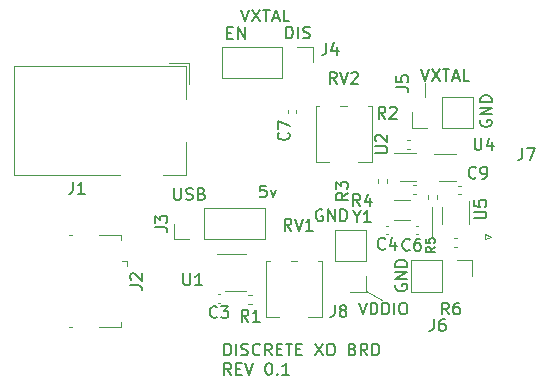
<source format=gto>
G04 #@! TF.GenerationSoftware,KiCad,Pcbnew,(5.1.7)-1*
G04 #@! TF.CreationDate,2021-07-31T20:16:39-07:00*
G04 #@! TF.ProjectId,clkbrd3,636c6b62-7264-4332-9e6b-696361645f70,rev?*
G04 #@! TF.SameCoordinates,Original*
G04 #@! TF.FileFunction,Legend,Top*
G04 #@! TF.FilePolarity,Positive*
%FSLAX46Y46*%
G04 Gerber Fmt 4.6, Leading zero omitted, Abs format (unit mm)*
G04 Created by KiCad (PCBNEW (5.1.7)-1) date 2021-07-31 20:16:39*
%MOMM*%
%LPD*%
G01*
G04 APERTURE LIST*
%ADD10C,0.150000*%
%ADD11C,0.120000*%
%ADD12C,0.300000*%
%ADD13O,1.700000X1.700000*%
%ADD14R,1.700000X1.700000*%
%ADD15C,5.600000*%
%ADD16R,1.300000X1.300000*%
%ADD17R,2.000000X1.300000*%
%ADD18R,1.000000X1.800000*%
%ADD19R,0.400000X0.650000*%
%ADD20R,0.650000X0.400000*%
%ADD21R,5.080000X1.500000*%
%ADD22R,1.220000X0.650000*%
%ADD23R,1.900000X1.200000*%
%ADD24O,1.900000X1.200000*%
%ADD25R,1.900000X1.500000*%
%ADD26C,1.450000*%
%ADD27R,1.350000X0.400000*%
%ADD28C,2.600000*%
%ADD29R,2.600000X2.600000*%
G04 APERTURE END LIST*
D10*
X71850000Y-50721904D02*
X71802380Y-50817142D01*
X71802380Y-50960000D01*
X71850000Y-51102857D01*
X71945238Y-51198095D01*
X72040476Y-51245714D01*
X72230952Y-51293333D01*
X72373809Y-51293333D01*
X72564285Y-51245714D01*
X72659523Y-51198095D01*
X72754761Y-51102857D01*
X72802380Y-50960000D01*
X72802380Y-50864761D01*
X72754761Y-50721904D01*
X72707142Y-50674285D01*
X72373809Y-50674285D01*
X72373809Y-50864761D01*
X72802380Y-50245714D02*
X71802380Y-50245714D01*
X72802380Y-49674285D01*
X71802380Y-49674285D01*
X72802380Y-49198095D02*
X71802380Y-49198095D01*
X71802380Y-48960000D01*
X71850000Y-48817142D01*
X71945238Y-48721904D01*
X72040476Y-48674285D01*
X72230952Y-48626666D01*
X72373809Y-48626666D01*
X72564285Y-48674285D01*
X72659523Y-48721904D01*
X72754761Y-48817142D01*
X72802380Y-48960000D01*
X72802380Y-49198095D01*
X65638095Y-44400000D02*
X65542857Y-44352380D01*
X65400000Y-44352380D01*
X65257142Y-44400000D01*
X65161904Y-44495238D01*
X65114285Y-44590476D01*
X65066666Y-44780952D01*
X65066666Y-44923809D01*
X65114285Y-45114285D01*
X65161904Y-45209523D01*
X65257142Y-45304761D01*
X65400000Y-45352380D01*
X65495238Y-45352380D01*
X65638095Y-45304761D01*
X65685714Y-45257142D01*
X65685714Y-44923809D01*
X65495238Y-44923809D01*
X66114285Y-45352380D02*
X66114285Y-44352380D01*
X66685714Y-45352380D01*
X66685714Y-44352380D01*
X67161904Y-45352380D02*
X67161904Y-44352380D01*
X67400000Y-44352380D01*
X67542857Y-44400000D01*
X67638095Y-44495238D01*
X67685714Y-44590476D01*
X67733333Y-44780952D01*
X67733333Y-44923809D01*
X67685714Y-45114285D01*
X67638095Y-45209523D01*
X67542857Y-45304761D01*
X67400000Y-45352380D01*
X67161904Y-45352380D01*
X60857142Y-42352380D02*
X60380952Y-42352380D01*
X60333333Y-42828571D01*
X60380952Y-42780952D01*
X60476190Y-42733333D01*
X60714285Y-42733333D01*
X60809523Y-42780952D01*
X60857142Y-42828571D01*
X60904761Y-42923809D01*
X60904761Y-43161904D01*
X60857142Y-43257142D01*
X60809523Y-43304761D01*
X60714285Y-43352380D01*
X60476190Y-43352380D01*
X60380952Y-43304761D01*
X60333333Y-43257142D01*
X61238095Y-42685714D02*
X61476190Y-43352380D01*
X61714285Y-42685714D01*
X79020000Y-36801904D02*
X78972380Y-36897142D01*
X78972380Y-37040000D01*
X79020000Y-37182857D01*
X79115238Y-37278095D01*
X79210476Y-37325714D01*
X79400952Y-37373333D01*
X79543809Y-37373333D01*
X79734285Y-37325714D01*
X79829523Y-37278095D01*
X79924761Y-37182857D01*
X79972380Y-37040000D01*
X79972380Y-36944761D01*
X79924761Y-36801904D01*
X79877142Y-36754285D01*
X79543809Y-36754285D01*
X79543809Y-36944761D01*
X79972380Y-36325714D02*
X78972380Y-36325714D01*
X79972380Y-35754285D01*
X78972380Y-35754285D01*
X79972380Y-35278095D02*
X78972380Y-35278095D01*
X78972380Y-35040000D01*
X79020000Y-34897142D01*
X79115238Y-34801904D01*
X79210476Y-34754285D01*
X79400952Y-34706666D01*
X79543809Y-34706666D01*
X79734285Y-34754285D01*
X79829523Y-34801904D01*
X79924761Y-34897142D01*
X79972380Y-35040000D01*
X79972380Y-35278095D01*
X53078095Y-42552380D02*
X53078095Y-43361904D01*
X53125714Y-43457142D01*
X53173333Y-43504761D01*
X53268571Y-43552380D01*
X53459047Y-43552380D01*
X53554285Y-43504761D01*
X53601904Y-43457142D01*
X53649523Y-43361904D01*
X53649523Y-42552380D01*
X54078095Y-43504761D02*
X54220952Y-43552380D01*
X54459047Y-43552380D01*
X54554285Y-43504761D01*
X54601904Y-43457142D01*
X54649523Y-43361904D01*
X54649523Y-43266666D01*
X54601904Y-43171428D01*
X54554285Y-43123809D01*
X54459047Y-43076190D01*
X54268571Y-43028571D01*
X54173333Y-42980952D01*
X54125714Y-42933333D01*
X54078095Y-42838095D01*
X54078095Y-42742857D01*
X54125714Y-42647619D01*
X54173333Y-42600000D01*
X54268571Y-42552380D01*
X54506666Y-42552380D01*
X54649523Y-42600000D01*
X55411428Y-43028571D02*
X55554285Y-43076190D01*
X55601904Y-43123809D01*
X55649523Y-43219047D01*
X55649523Y-43361904D01*
X55601904Y-43457142D01*
X55554285Y-43504761D01*
X55459047Y-43552380D01*
X55078095Y-43552380D01*
X55078095Y-42552380D01*
X55411428Y-42552380D01*
X55506666Y-42600000D01*
X55554285Y-42647619D01*
X55601904Y-42742857D01*
X55601904Y-42838095D01*
X55554285Y-42933333D01*
X55506666Y-42980952D01*
X55411428Y-43028571D01*
X55078095Y-43028571D01*
X62563809Y-29892380D02*
X62563809Y-28892380D01*
X62801904Y-28892380D01*
X62944761Y-28940000D01*
X63040000Y-29035238D01*
X63087619Y-29130476D01*
X63135238Y-29320952D01*
X63135238Y-29463809D01*
X63087619Y-29654285D01*
X63040000Y-29749523D01*
X62944761Y-29844761D01*
X62801904Y-29892380D01*
X62563809Y-29892380D01*
X63563809Y-29892380D02*
X63563809Y-28892380D01*
X63992380Y-29844761D02*
X64135238Y-29892380D01*
X64373333Y-29892380D01*
X64468571Y-29844761D01*
X64516190Y-29797142D01*
X64563809Y-29701904D01*
X64563809Y-29606666D01*
X64516190Y-29511428D01*
X64468571Y-29463809D01*
X64373333Y-29416190D01*
X64182857Y-29368571D01*
X64087619Y-29320952D01*
X64040000Y-29273333D01*
X63992380Y-29178095D01*
X63992380Y-29082857D01*
X64040000Y-28987619D01*
X64087619Y-28940000D01*
X64182857Y-28892380D01*
X64420952Y-28892380D01*
X64563809Y-28940000D01*
X57581904Y-29388571D02*
X57915238Y-29388571D01*
X58058095Y-29912380D02*
X57581904Y-29912380D01*
X57581904Y-28912380D01*
X58058095Y-28912380D01*
X58486666Y-29912380D02*
X58486666Y-28912380D01*
X59058095Y-29912380D01*
X59058095Y-28912380D01*
X58776190Y-27452380D02*
X59109523Y-28452380D01*
X59442857Y-27452380D01*
X59680952Y-27452380D02*
X60347619Y-28452380D01*
X60347619Y-27452380D02*
X59680952Y-28452380D01*
X60585714Y-27452380D02*
X61157142Y-27452380D01*
X60871428Y-28452380D02*
X60871428Y-27452380D01*
X61442857Y-28166666D02*
X61919047Y-28166666D01*
X61347619Y-28452380D02*
X61680952Y-27452380D01*
X62014285Y-28452380D01*
X62823809Y-28452380D02*
X62347619Y-28452380D01*
X62347619Y-27452380D01*
D11*
X74880000Y-44200000D02*
X74880000Y-46720000D01*
D10*
X57335595Y-56727380D02*
X57335595Y-55727380D01*
X57573690Y-55727380D01*
X57716547Y-55775000D01*
X57811785Y-55870238D01*
X57859404Y-55965476D01*
X57907023Y-56155952D01*
X57907023Y-56298809D01*
X57859404Y-56489285D01*
X57811785Y-56584523D01*
X57716547Y-56679761D01*
X57573690Y-56727380D01*
X57335595Y-56727380D01*
X58335595Y-56727380D02*
X58335595Y-55727380D01*
X58764166Y-56679761D02*
X58907023Y-56727380D01*
X59145119Y-56727380D01*
X59240357Y-56679761D01*
X59287976Y-56632142D01*
X59335595Y-56536904D01*
X59335595Y-56441666D01*
X59287976Y-56346428D01*
X59240357Y-56298809D01*
X59145119Y-56251190D01*
X58954642Y-56203571D01*
X58859404Y-56155952D01*
X58811785Y-56108333D01*
X58764166Y-56013095D01*
X58764166Y-55917857D01*
X58811785Y-55822619D01*
X58859404Y-55775000D01*
X58954642Y-55727380D01*
X59192738Y-55727380D01*
X59335595Y-55775000D01*
X60335595Y-56632142D02*
X60287976Y-56679761D01*
X60145119Y-56727380D01*
X60049880Y-56727380D01*
X59907023Y-56679761D01*
X59811785Y-56584523D01*
X59764166Y-56489285D01*
X59716547Y-56298809D01*
X59716547Y-56155952D01*
X59764166Y-55965476D01*
X59811785Y-55870238D01*
X59907023Y-55775000D01*
X60049880Y-55727380D01*
X60145119Y-55727380D01*
X60287976Y-55775000D01*
X60335595Y-55822619D01*
X61335595Y-56727380D02*
X61002261Y-56251190D01*
X60764166Y-56727380D02*
X60764166Y-55727380D01*
X61145119Y-55727380D01*
X61240357Y-55775000D01*
X61287976Y-55822619D01*
X61335595Y-55917857D01*
X61335595Y-56060714D01*
X61287976Y-56155952D01*
X61240357Y-56203571D01*
X61145119Y-56251190D01*
X60764166Y-56251190D01*
X61764166Y-56203571D02*
X62097500Y-56203571D01*
X62240357Y-56727380D02*
X61764166Y-56727380D01*
X61764166Y-55727380D01*
X62240357Y-55727380D01*
X62526071Y-55727380D02*
X63097500Y-55727380D01*
X62811785Y-56727380D02*
X62811785Y-55727380D01*
X63430833Y-56203571D02*
X63764166Y-56203571D01*
X63907023Y-56727380D02*
X63430833Y-56727380D01*
X63430833Y-55727380D01*
X63907023Y-55727380D01*
X65002261Y-55727380D02*
X65668928Y-56727380D01*
X65668928Y-55727380D02*
X65002261Y-56727380D01*
X66240357Y-55727380D02*
X66430833Y-55727380D01*
X66526071Y-55775000D01*
X66621309Y-55870238D01*
X66668928Y-56060714D01*
X66668928Y-56394047D01*
X66621309Y-56584523D01*
X66526071Y-56679761D01*
X66430833Y-56727380D01*
X66240357Y-56727380D01*
X66145119Y-56679761D01*
X66049880Y-56584523D01*
X66002261Y-56394047D01*
X66002261Y-56060714D01*
X66049880Y-55870238D01*
X66145119Y-55775000D01*
X66240357Y-55727380D01*
X68192738Y-56203571D02*
X68335595Y-56251190D01*
X68383214Y-56298809D01*
X68430833Y-56394047D01*
X68430833Y-56536904D01*
X68383214Y-56632142D01*
X68335595Y-56679761D01*
X68240357Y-56727380D01*
X67859404Y-56727380D01*
X67859404Y-55727380D01*
X68192738Y-55727380D01*
X68287976Y-55775000D01*
X68335595Y-55822619D01*
X68383214Y-55917857D01*
X68383214Y-56013095D01*
X68335595Y-56108333D01*
X68287976Y-56155952D01*
X68192738Y-56203571D01*
X67859404Y-56203571D01*
X69430833Y-56727380D02*
X69097500Y-56251190D01*
X68859404Y-56727380D02*
X68859404Y-55727380D01*
X69240357Y-55727380D01*
X69335595Y-55775000D01*
X69383214Y-55822619D01*
X69430833Y-55917857D01*
X69430833Y-56060714D01*
X69383214Y-56155952D01*
X69335595Y-56203571D01*
X69240357Y-56251190D01*
X68859404Y-56251190D01*
X69859404Y-56727380D02*
X69859404Y-55727380D01*
X70097500Y-55727380D01*
X70240357Y-55775000D01*
X70335595Y-55870238D01*
X70383214Y-55965476D01*
X70430833Y-56155952D01*
X70430833Y-56298809D01*
X70383214Y-56489285D01*
X70335595Y-56584523D01*
X70240357Y-56679761D01*
X70097500Y-56727380D01*
X69859404Y-56727380D01*
X57907023Y-58377380D02*
X57573690Y-57901190D01*
X57335595Y-58377380D02*
X57335595Y-57377380D01*
X57716547Y-57377380D01*
X57811785Y-57425000D01*
X57859404Y-57472619D01*
X57907023Y-57567857D01*
X57907023Y-57710714D01*
X57859404Y-57805952D01*
X57811785Y-57853571D01*
X57716547Y-57901190D01*
X57335595Y-57901190D01*
X58335595Y-57853571D02*
X58668928Y-57853571D01*
X58811785Y-58377380D02*
X58335595Y-58377380D01*
X58335595Y-57377380D01*
X58811785Y-57377380D01*
X59097500Y-57377380D02*
X59430833Y-58377380D01*
X59764166Y-57377380D01*
X61049880Y-57377380D02*
X61145119Y-57377380D01*
X61240357Y-57425000D01*
X61287976Y-57472619D01*
X61335595Y-57567857D01*
X61383214Y-57758333D01*
X61383214Y-57996428D01*
X61335595Y-58186904D01*
X61287976Y-58282142D01*
X61240357Y-58329761D01*
X61145119Y-58377380D01*
X61049880Y-58377380D01*
X60954642Y-58329761D01*
X60907023Y-58282142D01*
X60859404Y-58186904D01*
X60811785Y-57996428D01*
X60811785Y-57758333D01*
X60859404Y-57567857D01*
X60907023Y-57472619D01*
X60954642Y-57425000D01*
X61049880Y-57377380D01*
X61811785Y-58282142D02*
X61859404Y-58329761D01*
X61811785Y-58377380D01*
X61764166Y-58329761D01*
X61811785Y-58282142D01*
X61811785Y-58377380D01*
X62811785Y-58377380D02*
X62240357Y-58377380D01*
X62526071Y-58377380D02*
X62526071Y-57377380D01*
X62430833Y-57520238D01*
X62335595Y-57615476D01*
X62240357Y-57663095D01*
D11*
X74340000Y-33690000D02*
X74340000Y-34830000D01*
D10*
X74006190Y-32512380D02*
X74339523Y-33512380D01*
X74672857Y-32512380D01*
X74910952Y-32512380D02*
X75577619Y-33512380D01*
X75577619Y-32512380D02*
X74910952Y-33512380D01*
X75815714Y-32512380D02*
X76387142Y-32512380D01*
X76101428Y-33512380D02*
X76101428Y-32512380D01*
X76672857Y-33226666D02*
X77149047Y-33226666D01*
X76577619Y-33512380D02*
X76910952Y-32512380D01*
X77244285Y-33512380D01*
X78053809Y-33512380D02*
X77577619Y-33512380D01*
X77577619Y-32512380D01*
D11*
X69300000Y-51280000D02*
X70700000Y-52000000D01*
D10*
X68704761Y-52252380D02*
X69038095Y-53252380D01*
X69371428Y-52252380D01*
X69704761Y-53252380D02*
X69704761Y-52252380D01*
X69942857Y-52252380D01*
X70085714Y-52300000D01*
X70180952Y-52395238D01*
X70228571Y-52490476D01*
X70276190Y-52680952D01*
X70276190Y-52823809D01*
X70228571Y-53014285D01*
X70180952Y-53109523D01*
X70085714Y-53204761D01*
X69942857Y-53252380D01*
X69704761Y-53252380D01*
X70704761Y-53252380D02*
X70704761Y-52252380D01*
X70942857Y-52252380D01*
X71085714Y-52300000D01*
X71180952Y-52395238D01*
X71228571Y-52490476D01*
X71276190Y-52680952D01*
X71276190Y-52823809D01*
X71228571Y-53014285D01*
X71180952Y-53109523D01*
X71085714Y-53204761D01*
X70942857Y-53252380D01*
X70704761Y-53252380D01*
X71704761Y-53252380D02*
X71704761Y-52252380D01*
X72371428Y-52252380D02*
X72561904Y-52252380D01*
X72657142Y-52300000D01*
X72752380Y-52395238D01*
X72800000Y-52585714D01*
X72800000Y-52919047D01*
X72752380Y-53109523D01*
X72657142Y-53204761D01*
X72561904Y-53252380D01*
X72371428Y-53252380D01*
X72276190Y-53204761D01*
X72180952Y-53109523D01*
X72133333Y-52919047D01*
X72133333Y-52585714D01*
X72180952Y-52395238D01*
X72276190Y-52300000D01*
X72371428Y-52252380D01*
D11*
X69330000Y-46130000D02*
X66670000Y-46130000D01*
X69330000Y-48730000D02*
X69330000Y-46130000D01*
X66670000Y-48730000D02*
X66670000Y-46130000D01*
X69330000Y-48730000D02*
X66670000Y-48730000D01*
X69330000Y-50000000D02*
X69330000Y-51330000D01*
X69330000Y-51330000D02*
X68000000Y-51330000D01*
X78380000Y-37480000D02*
X78380000Y-34820000D01*
X75780000Y-37480000D02*
X78380000Y-37480000D01*
X75780000Y-34820000D02*
X78380000Y-34820000D01*
X75780000Y-37480000D02*
X75780000Y-34820000D01*
X74510000Y-37480000D02*
X73180000Y-37480000D01*
X73180000Y-37480000D02*
X73180000Y-36150000D01*
X73073641Y-38450000D02*
X72766359Y-38450000D01*
X73073641Y-39210000D02*
X72766359Y-39210000D01*
X59346359Y-52330000D02*
X59653641Y-52330000D01*
X59346359Y-51570000D02*
X59653641Y-51570000D01*
X56987836Y-51540000D02*
X56772164Y-51540000D01*
X56987836Y-52260000D02*
X56772164Y-52260000D01*
X69790000Y-35570000D02*
X69790000Y-40310000D01*
X65050000Y-35570000D02*
X65050000Y-40310000D01*
X68660000Y-40310000D02*
X69790000Y-40310000D01*
X65050000Y-40310000D02*
X66180000Y-40310000D01*
X67161000Y-35570000D02*
X67680000Y-35570000D01*
X65050000Y-35570000D02*
X65381000Y-35570000D01*
X69460000Y-35570000D02*
X69790000Y-35570000D01*
X64840000Y-30590000D02*
X64840000Y-31920000D01*
X63510000Y-30590000D02*
X64840000Y-30590000D01*
X62240000Y-30590000D02*
X62240000Y-33250000D01*
X62240000Y-33250000D02*
X57100000Y-33250000D01*
X62240000Y-30590000D02*
X57100000Y-30590000D01*
X57100000Y-30590000D02*
X57100000Y-33250000D01*
X62690000Y-35952164D02*
X62690000Y-36167836D01*
X63410000Y-35952164D02*
X63410000Y-36167836D01*
X73065000Y-45285000D02*
X71715000Y-45285000D01*
X73065000Y-43535000D02*
X71715000Y-43535000D01*
X75750000Y-44190000D02*
X75750000Y-45590000D01*
X78070000Y-45590000D02*
X78070000Y-43690000D01*
X75540000Y-41970000D02*
X76940000Y-41970000D01*
X76940000Y-39650000D02*
X75040000Y-39650000D01*
X72160000Y-41920000D02*
X73560000Y-41920000D01*
X73560000Y-39600000D02*
X71660000Y-39600000D01*
X76746359Y-47520000D02*
X77053641Y-47520000D01*
X76746359Y-46760000D02*
X77053641Y-46760000D01*
X75340000Y-43443641D02*
X75340000Y-43136359D01*
X74580000Y-43443641D02*
X74580000Y-43136359D01*
X73583641Y-42330000D02*
X73276359Y-42330000D01*
X73583641Y-43090000D02*
X73276359Y-43090000D01*
X71080000Y-42093641D02*
X71080000Y-41786359D01*
X70320000Y-42093641D02*
X70320000Y-41786359D01*
X79900000Y-46660000D02*
X79400000Y-46410000D01*
X79400000Y-46410000D02*
X79400000Y-46910000D01*
X79400000Y-46910000D02*
X79900000Y-46660000D01*
X78330000Y-48670000D02*
X78330000Y-50000000D01*
X77000000Y-48670000D02*
X78330000Y-48670000D01*
X75730000Y-48670000D02*
X75730000Y-51330000D01*
X75730000Y-51330000D02*
X73130000Y-51330000D01*
X75730000Y-48670000D02*
X73130000Y-48670000D01*
X73130000Y-48670000D02*
X73130000Y-51330000D01*
X77132164Y-43100000D02*
X77347836Y-43100000D01*
X77132164Y-42380000D02*
X77347836Y-42380000D01*
X73757836Y-45730000D02*
X73542164Y-45730000D01*
X73757836Y-46450000D02*
X73542164Y-46450000D01*
X70992164Y-46460000D02*
X71207836Y-46460000D01*
X70992164Y-45740000D02*
X71207836Y-45740000D01*
X59120000Y-48160000D02*
X56690000Y-48160000D01*
X57360000Y-51230000D02*
X59120000Y-51230000D01*
X65570000Y-48770000D02*
X65570000Y-53510000D01*
X60830000Y-48770000D02*
X60830000Y-53510000D01*
X64440000Y-53510000D02*
X65570000Y-53510000D01*
X60830000Y-53510000D02*
X61960000Y-53510000D01*
X62941000Y-48770000D02*
X63460000Y-48770000D01*
X60830000Y-48770000D02*
X61161000Y-48770000D01*
X65240000Y-48770000D02*
X65570000Y-48770000D01*
X53040000Y-46890000D02*
X53040000Y-45560000D01*
X54370000Y-46890000D02*
X53040000Y-46890000D01*
X55640000Y-46890000D02*
X55640000Y-44230000D01*
X55640000Y-44230000D02*
X60780000Y-44230000D01*
X55640000Y-46890000D02*
X60780000Y-46890000D01*
X60780000Y-46890000D02*
X60780000Y-44230000D01*
X49092500Y-48740000D02*
X48642500Y-48740000D01*
X49092500Y-48740000D02*
X49092500Y-49190000D01*
X48542500Y-54340000D02*
X48542500Y-53890000D01*
X46692500Y-54340000D02*
X48542500Y-54340000D01*
X44142500Y-46540000D02*
X44392500Y-46540000D01*
X44142500Y-54340000D02*
X44392500Y-54340000D01*
X46692500Y-46540000D02*
X48542500Y-46540000D01*
X48542500Y-46540000D02*
X48542500Y-46990000D01*
X54340000Y-32000000D02*
X54340000Y-33740000D01*
X52600000Y-32000000D02*
X54340000Y-32000000D01*
X54100000Y-41440000D02*
X52100000Y-41440000D01*
X54100000Y-38640000D02*
X54100000Y-41440000D01*
X54100000Y-32240000D02*
X54100000Y-35040000D01*
X39500000Y-32240000D02*
X54100000Y-32240000D01*
X39500000Y-41440000D02*
X39500000Y-32240000D01*
X48500000Y-41440000D02*
X39500000Y-41440000D01*
D10*
X66666666Y-52452380D02*
X66666666Y-53166666D01*
X66619047Y-53309523D01*
X66523809Y-53404761D01*
X66380952Y-53452380D01*
X66285714Y-53452380D01*
X67285714Y-52880952D02*
X67190476Y-52833333D01*
X67142857Y-52785714D01*
X67095238Y-52690476D01*
X67095238Y-52642857D01*
X67142857Y-52547619D01*
X67190476Y-52500000D01*
X67285714Y-52452380D01*
X67476190Y-52452380D01*
X67571428Y-52500000D01*
X67619047Y-52547619D01*
X67666666Y-52642857D01*
X67666666Y-52690476D01*
X67619047Y-52785714D01*
X67571428Y-52833333D01*
X67476190Y-52880952D01*
X67285714Y-52880952D01*
X67190476Y-52928571D01*
X67142857Y-52976190D01*
X67095238Y-53071428D01*
X67095238Y-53261904D01*
X67142857Y-53357142D01*
X67190476Y-53404761D01*
X67285714Y-53452380D01*
X67476190Y-53452380D01*
X67571428Y-53404761D01*
X67619047Y-53357142D01*
X67666666Y-53261904D01*
X67666666Y-53071428D01*
X67619047Y-52976190D01*
X67571428Y-52928571D01*
X67476190Y-52880952D01*
X71902380Y-34013333D02*
X72616666Y-34013333D01*
X72759523Y-34060952D01*
X72854761Y-34156190D01*
X72902380Y-34299047D01*
X72902380Y-34394285D01*
X71902380Y-33060952D02*
X71902380Y-33537142D01*
X72378571Y-33584761D01*
X72330952Y-33537142D01*
X72283333Y-33441904D01*
X72283333Y-33203809D01*
X72330952Y-33108571D01*
X72378571Y-33060952D01*
X72473809Y-33013333D01*
X72711904Y-33013333D01*
X72807142Y-33060952D01*
X72854761Y-33108571D01*
X72902380Y-33203809D01*
X72902380Y-33441904D01*
X72854761Y-33537142D01*
X72807142Y-33584761D01*
X70953333Y-36672380D02*
X70620000Y-36196190D01*
X70381904Y-36672380D02*
X70381904Y-35672380D01*
X70762857Y-35672380D01*
X70858095Y-35720000D01*
X70905714Y-35767619D01*
X70953333Y-35862857D01*
X70953333Y-36005714D01*
X70905714Y-36100952D01*
X70858095Y-36148571D01*
X70762857Y-36196190D01*
X70381904Y-36196190D01*
X71334285Y-35767619D02*
X71381904Y-35720000D01*
X71477142Y-35672380D01*
X71715238Y-35672380D01*
X71810476Y-35720000D01*
X71858095Y-35767619D01*
X71905714Y-35862857D01*
X71905714Y-35958095D01*
X71858095Y-36100952D01*
X71286666Y-36672380D01*
X71905714Y-36672380D01*
X59353333Y-53862380D02*
X59020000Y-53386190D01*
X58781904Y-53862380D02*
X58781904Y-52862380D01*
X59162857Y-52862380D01*
X59258095Y-52910000D01*
X59305714Y-52957619D01*
X59353333Y-53052857D01*
X59353333Y-53195714D01*
X59305714Y-53290952D01*
X59258095Y-53338571D01*
X59162857Y-53386190D01*
X58781904Y-53386190D01*
X60305714Y-53862380D02*
X59734285Y-53862380D01*
X60020000Y-53862380D02*
X60020000Y-52862380D01*
X59924761Y-53005238D01*
X59829523Y-53100476D01*
X59734285Y-53148095D01*
X56703333Y-53447142D02*
X56655714Y-53494761D01*
X56512857Y-53542380D01*
X56417619Y-53542380D01*
X56274761Y-53494761D01*
X56179523Y-53399523D01*
X56131904Y-53304285D01*
X56084285Y-53113809D01*
X56084285Y-52970952D01*
X56131904Y-52780476D01*
X56179523Y-52685238D01*
X56274761Y-52590000D01*
X56417619Y-52542380D01*
X56512857Y-52542380D01*
X56655714Y-52590000D01*
X56703333Y-52637619D01*
X57036666Y-52542380D02*
X57655714Y-52542380D01*
X57322380Y-52923333D01*
X57465238Y-52923333D01*
X57560476Y-52970952D01*
X57608095Y-53018571D01*
X57655714Y-53113809D01*
X57655714Y-53351904D01*
X57608095Y-53447142D01*
X57560476Y-53494761D01*
X57465238Y-53542380D01*
X57179523Y-53542380D01*
X57084285Y-53494761D01*
X57036666Y-53447142D01*
X66824761Y-33742380D02*
X66491428Y-33266190D01*
X66253333Y-33742380D02*
X66253333Y-32742380D01*
X66634285Y-32742380D01*
X66729523Y-32790000D01*
X66777142Y-32837619D01*
X66824761Y-32932857D01*
X66824761Y-33075714D01*
X66777142Y-33170952D01*
X66729523Y-33218571D01*
X66634285Y-33266190D01*
X66253333Y-33266190D01*
X67110476Y-32742380D02*
X67443809Y-33742380D01*
X67777142Y-32742380D01*
X68062857Y-32837619D02*
X68110476Y-32790000D01*
X68205714Y-32742380D01*
X68443809Y-32742380D01*
X68539047Y-32790000D01*
X68586666Y-32837619D01*
X68634285Y-32932857D01*
X68634285Y-33028095D01*
X68586666Y-33170952D01*
X68015238Y-33742380D01*
X68634285Y-33742380D01*
X65966666Y-30252380D02*
X65966666Y-30966666D01*
X65919047Y-31109523D01*
X65823809Y-31204761D01*
X65680952Y-31252380D01*
X65585714Y-31252380D01*
X66871428Y-30585714D02*
X66871428Y-31252380D01*
X66633333Y-30204761D02*
X66395238Y-30919047D01*
X67014285Y-30919047D01*
X62757142Y-37856666D02*
X62804761Y-37904285D01*
X62852380Y-38047142D01*
X62852380Y-38142380D01*
X62804761Y-38285238D01*
X62709523Y-38380476D01*
X62614285Y-38428095D01*
X62423809Y-38475714D01*
X62280952Y-38475714D01*
X62090476Y-38428095D01*
X61995238Y-38380476D01*
X61900000Y-38285238D01*
X61852380Y-38142380D01*
X61852380Y-38047142D01*
X61900000Y-37904285D01*
X61947619Y-37856666D01*
X61852380Y-37523333D02*
X61852380Y-36856666D01*
X62852380Y-37285238D01*
X68523809Y-44976190D02*
X68523809Y-45452380D01*
X68190476Y-44452380D02*
X68523809Y-44976190D01*
X68857142Y-44452380D01*
X69714285Y-45452380D02*
X69142857Y-45452380D01*
X69428571Y-45452380D02*
X69428571Y-44452380D01*
X69333333Y-44595238D01*
X69238095Y-44690476D01*
X69142857Y-44738095D01*
X78492380Y-45121904D02*
X79301904Y-45121904D01*
X79397142Y-45074285D01*
X79444761Y-45026666D01*
X79492380Y-44931428D01*
X79492380Y-44740952D01*
X79444761Y-44645714D01*
X79397142Y-44598095D01*
X79301904Y-44550476D01*
X78492380Y-44550476D01*
X78492380Y-43598095D02*
X78492380Y-44074285D01*
X78968571Y-44121904D01*
X78920952Y-44074285D01*
X78873333Y-43979047D01*
X78873333Y-43740952D01*
X78920952Y-43645714D01*
X78968571Y-43598095D01*
X79063809Y-43550476D01*
X79301904Y-43550476D01*
X79397142Y-43598095D01*
X79444761Y-43645714D01*
X79492380Y-43740952D01*
X79492380Y-43979047D01*
X79444761Y-44074285D01*
X79397142Y-44121904D01*
X78528095Y-38332380D02*
X78528095Y-39141904D01*
X78575714Y-39237142D01*
X78623333Y-39284761D01*
X78718571Y-39332380D01*
X78909047Y-39332380D01*
X79004285Y-39284761D01*
X79051904Y-39237142D01*
X79099523Y-39141904D01*
X79099523Y-38332380D01*
X80004285Y-38665714D02*
X80004285Y-39332380D01*
X79766190Y-38284761D02*
X79528095Y-38999047D01*
X80147142Y-38999047D01*
X70112380Y-39601904D02*
X70921904Y-39601904D01*
X71017142Y-39554285D01*
X71064761Y-39506666D01*
X71112380Y-39411428D01*
X71112380Y-39220952D01*
X71064761Y-39125714D01*
X71017142Y-39078095D01*
X70921904Y-39030476D01*
X70112380Y-39030476D01*
X70207619Y-38601904D02*
X70160000Y-38554285D01*
X70112380Y-38459047D01*
X70112380Y-38220952D01*
X70160000Y-38125714D01*
X70207619Y-38078095D01*
X70302857Y-38030476D01*
X70398095Y-38030476D01*
X70540952Y-38078095D01*
X71112380Y-38649523D01*
X71112380Y-38030476D01*
X76333333Y-53252380D02*
X76000000Y-52776190D01*
X75761904Y-53252380D02*
X75761904Y-52252380D01*
X76142857Y-52252380D01*
X76238095Y-52300000D01*
X76285714Y-52347619D01*
X76333333Y-52442857D01*
X76333333Y-52585714D01*
X76285714Y-52680952D01*
X76238095Y-52728571D01*
X76142857Y-52776190D01*
X75761904Y-52776190D01*
X77190476Y-52252380D02*
X77000000Y-52252380D01*
X76904761Y-52300000D01*
X76857142Y-52347619D01*
X76761904Y-52490476D01*
X76714285Y-52680952D01*
X76714285Y-53061904D01*
X76761904Y-53157142D01*
X76809523Y-53204761D01*
X76904761Y-53252380D01*
X77095238Y-53252380D01*
X77190476Y-53204761D01*
X77238095Y-53157142D01*
X77285714Y-53061904D01*
X77285714Y-52823809D01*
X77238095Y-52728571D01*
X77190476Y-52680952D01*
X77095238Y-52633333D01*
X76904761Y-52633333D01*
X76809523Y-52680952D01*
X76761904Y-52728571D01*
X76714285Y-52823809D01*
X75139285Y-47525000D02*
X74782142Y-47775000D01*
X75139285Y-47953571D02*
X74389285Y-47953571D01*
X74389285Y-47667857D01*
X74425000Y-47596428D01*
X74460714Y-47560714D01*
X74532142Y-47525000D01*
X74639285Y-47525000D01*
X74710714Y-47560714D01*
X74746428Y-47596428D01*
X74782142Y-47667857D01*
X74782142Y-47953571D01*
X74389285Y-46846428D02*
X74389285Y-47203571D01*
X74746428Y-47239285D01*
X74710714Y-47203571D01*
X74675000Y-47132142D01*
X74675000Y-46953571D01*
X74710714Y-46882142D01*
X74746428Y-46846428D01*
X74817857Y-46810714D01*
X74996428Y-46810714D01*
X75067857Y-46846428D01*
X75103571Y-46882142D01*
X75139285Y-46953571D01*
X75139285Y-47132142D01*
X75103571Y-47203571D01*
X75067857Y-47239285D01*
X68833333Y-44072380D02*
X68500000Y-43596190D01*
X68261904Y-44072380D02*
X68261904Y-43072380D01*
X68642857Y-43072380D01*
X68738095Y-43120000D01*
X68785714Y-43167619D01*
X68833333Y-43262857D01*
X68833333Y-43405714D01*
X68785714Y-43500952D01*
X68738095Y-43548571D01*
X68642857Y-43596190D01*
X68261904Y-43596190D01*
X69690476Y-43405714D02*
X69690476Y-44072380D01*
X69452380Y-43024761D02*
X69214285Y-43739047D01*
X69833333Y-43739047D01*
X67802380Y-42966666D02*
X67326190Y-43300000D01*
X67802380Y-43538095D02*
X66802380Y-43538095D01*
X66802380Y-43157142D01*
X66850000Y-43061904D01*
X66897619Y-43014285D01*
X66992857Y-42966666D01*
X67135714Y-42966666D01*
X67230952Y-43014285D01*
X67278571Y-43061904D01*
X67326190Y-43157142D01*
X67326190Y-43538095D01*
X66802380Y-42633333D02*
X66802380Y-42014285D01*
X67183333Y-42347619D01*
X67183333Y-42204761D01*
X67230952Y-42109523D01*
X67278571Y-42061904D01*
X67373809Y-42014285D01*
X67611904Y-42014285D01*
X67707142Y-42061904D01*
X67754761Y-42109523D01*
X67802380Y-42204761D01*
X67802380Y-42490476D01*
X67754761Y-42585714D01*
X67707142Y-42633333D01*
X82566666Y-39152380D02*
X82566666Y-39866666D01*
X82519047Y-40009523D01*
X82423809Y-40104761D01*
X82280952Y-40152380D01*
X82185714Y-40152380D01*
X82947619Y-39152380D02*
X83614285Y-39152380D01*
X83185714Y-40152380D01*
X75066666Y-53652380D02*
X75066666Y-54366666D01*
X75019047Y-54509523D01*
X74923809Y-54604761D01*
X74780952Y-54652380D01*
X74685714Y-54652380D01*
X75971428Y-53652380D02*
X75780952Y-53652380D01*
X75685714Y-53700000D01*
X75638095Y-53747619D01*
X75542857Y-53890476D01*
X75495238Y-54080952D01*
X75495238Y-54461904D01*
X75542857Y-54557142D01*
X75590476Y-54604761D01*
X75685714Y-54652380D01*
X75876190Y-54652380D01*
X75971428Y-54604761D01*
X76019047Y-54557142D01*
X76066666Y-54461904D01*
X76066666Y-54223809D01*
X76019047Y-54128571D01*
X75971428Y-54080952D01*
X75876190Y-54033333D01*
X75685714Y-54033333D01*
X75590476Y-54080952D01*
X75542857Y-54128571D01*
X75495238Y-54223809D01*
X78633333Y-41657142D02*
X78585714Y-41704761D01*
X78442857Y-41752380D01*
X78347619Y-41752380D01*
X78204761Y-41704761D01*
X78109523Y-41609523D01*
X78061904Y-41514285D01*
X78014285Y-41323809D01*
X78014285Y-41180952D01*
X78061904Y-40990476D01*
X78109523Y-40895238D01*
X78204761Y-40800000D01*
X78347619Y-40752380D01*
X78442857Y-40752380D01*
X78585714Y-40800000D01*
X78633333Y-40847619D01*
X79109523Y-41752380D02*
X79300000Y-41752380D01*
X79395238Y-41704761D01*
X79442857Y-41657142D01*
X79538095Y-41514285D01*
X79585714Y-41323809D01*
X79585714Y-40942857D01*
X79538095Y-40847619D01*
X79490476Y-40800000D01*
X79395238Y-40752380D01*
X79204761Y-40752380D01*
X79109523Y-40800000D01*
X79061904Y-40847619D01*
X79014285Y-40942857D01*
X79014285Y-41180952D01*
X79061904Y-41276190D01*
X79109523Y-41323809D01*
X79204761Y-41371428D01*
X79395238Y-41371428D01*
X79490476Y-41323809D01*
X79538095Y-41276190D01*
X79585714Y-41180952D01*
X73023333Y-47767142D02*
X72975714Y-47814761D01*
X72832857Y-47862380D01*
X72737619Y-47862380D01*
X72594761Y-47814761D01*
X72499523Y-47719523D01*
X72451904Y-47624285D01*
X72404285Y-47433809D01*
X72404285Y-47290952D01*
X72451904Y-47100476D01*
X72499523Y-47005238D01*
X72594761Y-46910000D01*
X72737619Y-46862380D01*
X72832857Y-46862380D01*
X72975714Y-46910000D01*
X73023333Y-46957619D01*
X73880476Y-46862380D02*
X73690000Y-46862380D01*
X73594761Y-46910000D01*
X73547142Y-46957619D01*
X73451904Y-47100476D01*
X73404285Y-47290952D01*
X73404285Y-47671904D01*
X73451904Y-47767142D01*
X73499523Y-47814761D01*
X73594761Y-47862380D01*
X73785238Y-47862380D01*
X73880476Y-47814761D01*
X73928095Y-47767142D01*
X73975714Y-47671904D01*
X73975714Y-47433809D01*
X73928095Y-47338571D01*
X73880476Y-47290952D01*
X73785238Y-47243333D01*
X73594761Y-47243333D01*
X73499523Y-47290952D01*
X73451904Y-47338571D01*
X73404285Y-47433809D01*
X70943333Y-47667142D02*
X70895714Y-47714761D01*
X70752857Y-47762380D01*
X70657619Y-47762380D01*
X70514761Y-47714761D01*
X70419523Y-47619523D01*
X70371904Y-47524285D01*
X70324285Y-47333809D01*
X70324285Y-47190952D01*
X70371904Y-47000476D01*
X70419523Y-46905238D01*
X70514761Y-46810000D01*
X70657619Y-46762380D01*
X70752857Y-46762380D01*
X70895714Y-46810000D01*
X70943333Y-46857619D01*
X71800476Y-47095714D02*
X71800476Y-47762380D01*
X71562380Y-46714761D02*
X71324285Y-47429047D01*
X71943333Y-47429047D01*
X53868095Y-49782380D02*
X53868095Y-50591904D01*
X53915714Y-50687142D01*
X53963333Y-50734761D01*
X54058571Y-50782380D01*
X54249047Y-50782380D01*
X54344285Y-50734761D01*
X54391904Y-50687142D01*
X54439523Y-50591904D01*
X54439523Y-49782380D01*
X55439523Y-50782380D02*
X54868095Y-50782380D01*
X55153809Y-50782380D02*
X55153809Y-49782380D01*
X55058571Y-49925238D01*
X54963333Y-50020476D01*
X54868095Y-50068095D01*
X63004761Y-46152380D02*
X62671428Y-45676190D01*
X62433333Y-46152380D02*
X62433333Y-45152380D01*
X62814285Y-45152380D01*
X62909523Y-45200000D01*
X62957142Y-45247619D01*
X63004761Y-45342857D01*
X63004761Y-45485714D01*
X62957142Y-45580952D01*
X62909523Y-45628571D01*
X62814285Y-45676190D01*
X62433333Y-45676190D01*
X63290476Y-45152380D02*
X63623809Y-46152380D01*
X63957142Y-45152380D01*
X64814285Y-46152380D02*
X64242857Y-46152380D01*
X64528571Y-46152380D02*
X64528571Y-45152380D01*
X64433333Y-45295238D01*
X64338095Y-45390476D01*
X64242857Y-45438095D01*
X51492380Y-45893333D02*
X52206666Y-45893333D01*
X52349523Y-45940952D01*
X52444761Y-46036190D01*
X52492380Y-46179047D01*
X52492380Y-46274285D01*
X51492380Y-45512380D02*
X51492380Y-44893333D01*
X51873333Y-45226666D01*
X51873333Y-45083809D01*
X51920952Y-44988571D01*
X51968571Y-44940952D01*
X52063809Y-44893333D01*
X52301904Y-44893333D01*
X52397142Y-44940952D01*
X52444761Y-44988571D01*
X52492380Y-45083809D01*
X52492380Y-45369523D01*
X52444761Y-45464761D01*
X52397142Y-45512380D01*
X49344880Y-50773333D02*
X50059166Y-50773333D01*
X50202023Y-50820952D01*
X50297261Y-50916190D01*
X50344880Y-51059047D01*
X50344880Y-51154285D01*
X49440119Y-50344761D02*
X49392500Y-50297142D01*
X49344880Y-50201904D01*
X49344880Y-49963809D01*
X49392500Y-49868571D01*
X49440119Y-49820952D01*
X49535357Y-49773333D01*
X49630595Y-49773333D01*
X49773452Y-49820952D01*
X50344880Y-50392380D01*
X50344880Y-49773333D01*
X44516666Y-42042380D02*
X44516666Y-42756666D01*
X44469047Y-42899523D01*
X44373809Y-42994761D01*
X44230952Y-43042380D01*
X44135714Y-43042380D01*
X45516666Y-43042380D02*
X44945238Y-43042380D01*
X45230952Y-43042380D02*
X45230952Y-42042380D01*
X45135714Y-42185238D01*
X45040476Y-42280476D01*
X44945238Y-42328095D01*
%LPC*%
D12*
X65067142Y-27254285D02*
X64971904Y-27349523D01*
X64686190Y-27444761D01*
X64495714Y-27444761D01*
X64210000Y-27349523D01*
X64019523Y-27159047D01*
X63924285Y-26968571D01*
X63829047Y-26587619D01*
X63829047Y-26301904D01*
X63924285Y-25920952D01*
X64019523Y-25730476D01*
X64210000Y-25540000D01*
X64495714Y-25444761D01*
X64686190Y-25444761D01*
X64971904Y-25540000D01*
X65067142Y-25635238D01*
X66876666Y-27444761D02*
X65924285Y-27444761D01*
X65924285Y-25444761D01*
X67543333Y-27444761D02*
X67543333Y-25444761D01*
X68686190Y-27444761D02*
X67829047Y-26301904D01*
X68686190Y-25444761D02*
X67543333Y-26587619D01*
X70210000Y-26397142D02*
X70495714Y-26492380D01*
X70590952Y-26587619D01*
X70686190Y-26778095D01*
X70686190Y-27063809D01*
X70590952Y-27254285D01*
X70495714Y-27349523D01*
X70305238Y-27444761D01*
X69543333Y-27444761D01*
X69543333Y-25444761D01*
X70210000Y-25444761D01*
X70400476Y-25540000D01*
X70495714Y-25635238D01*
X70590952Y-25825714D01*
X70590952Y-26016190D01*
X70495714Y-26206666D01*
X70400476Y-26301904D01*
X70210000Y-26397142D01*
X69543333Y-26397142D01*
X72686190Y-27444761D02*
X72019523Y-26492380D01*
X71543333Y-27444761D02*
X71543333Y-25444761D01*
X72305238Y-25444761D01*
X72495714Y-25540000D01*
X72590952Y-25635238D01*
X72686190Y-25825714D01*
X72686190Y-26111428D01*
X72590952Y-26301904D01*
X72495714Y-26397142D01*
X72305238Y-26492380D01*
X71543333Y-26492380D01*
X73543333Y-27444761D02*
X73543333Y-25444761D01*
X74019523Y-25444761D01*
X74305238Y-25540000D01*
X74495714Y-25730476D01*
X74590952Y-25920952D01*
X74686190Y-26301904D01*
X74686190Y-26587619D01*
X74590952Y-26968571D01*
X74495714Y-27159047D01*
X74305238Y-27349523D01*
X74019523Y-27444761D01*
X73543333Y-27444761D01*
X75352857Y-25444761D02*
X76590952Y-25444761D01*
X75924285Y-26206666D01*
X76210000Y-26206666D01*
X76400476Y-26301904D01*
X76495714Y-26397142D01*
X76590952Y-26587619D01*
X76590952Y-27063809D01*
X76495714Y-27254285D01*
X76400476Y-27349523D01*
X76210000Y-27444761D01*
X75638571Y-27444761D01*
X75448095Y-27349523D01*
X75352857Y-27254285D01*
D13*
X68000000Y-47460000D03*
D14*
X68000000Y-50000000D03*
D15*
X48000000Y-28000000D03*
X52800000Y-56300000D03*
X82500000Y-56300000D03*
X82500000Y-27900000D03*
D13*
X77050000Y-36150000D03*
D14*
X74510000Y-36150000D03*
G36*
G01*
X72680000Y-38645000D02*
X72680000Y-39015000D01*
G75*
G02*
X72545000Y-39150000I-135000J0D01*
G01*
X72275000Y-39150000D01*
G75*
G02*
X72140000Y-39015000I0J135000D01*
G01*
X72140000Y-38645000D01*
G75*
G02*
X72275000Y-38510000I135000J0D01*
G01*
X72545000Y-38510000D01*
G75*
G02*
X72680000Y-38645000I0J-135000D01*
G01*
G37*
G36*
G01*
X73700000Y-38645000D02*
X73700000Y-39015000D01*
G75*
G02*
X73565000Y-39150000I-135000J0D01*
G01*
X73295000Y-39150000D01*
G75*
G02*
X73160000Y-39015000I0J135000D01*
G01*
X73160000Y-38645000D01*
G75*
G02*
X73295000Y-38510000I135000J0D01*
G01*
X73565000Y-38510000D01*
G75*
G02*
X73700000Y-38645000I0J-135000D01*
G01*
G37*
G36*
G01*
X59740000Y-52135000D02*
X59740000Y-51765000D01*
G75*
G02*
X59875000Y-51630000I135000J0D01*
G01*
X60145000Y-51630000D01*
G75*
G02*
X60280000Y-51765000I0J-135000D01*
G01*
X60280000Y-52135000D01*
G75*
G02*
X60145000Y-52270000I-135000J0D01*
G01*
X59875000Y-52270000D01*
G75*
G02*
X59740000Y-52135000I0J135000D01*
G01*
G37*
G36*
G01*
X58720000Y-52135000D02*
X58720000Y-51765000D01*
G75*
G02*
X58855000Y-51630000I135000J0D01*
G01*
X59125000Y-51630000D01*
G75*
G02*
X59260000Y-51765000I0J-135000D01*
G01*
X59260000Y-52135000D01*
G75*
G02*
X59125000Y-52270000I-135000J0D01*
G01*
X58855000Y-52270000D01*
G75*
G02*
X58720000Y-52135000I0J135000D01*
G01*
G37*
G36*
G01*
X56680000Y-51730000D02*
X56680000Y-52070000D01*
G75*
G02*
X56540000Y-52210000I-140000J0D01*
G01*
X56260000Y-52210000D01*
G75*
G02*
X56120000Y-52070000I0J140000D01*
G01*
X56120000Y-51730000D01*
G75*
G02*
X56260000Y-51590000I140000J0D01*
G01*
X56540000Y-51590000D01*
G75*
G02*
X56680000Y-51730000I0J-140000D01*
G01*
G37*
G36*
G01*
X57640000Y-51730000D02*
X57640000Y-52070000D01*
G75*
G02*
X57500000Y-52210000I-140000J0D01*
G01*
X57220000Y-52210000D01*
G75*
G02*
X57080000Y-52070000I0J140000D01*
G01*
X57080000Y-51730000D01*
G75*
G02*
X57220000Y-51590000I140000J0D01*
G01*
X57500000Y-51590000D01*
G75*
G02*
X57640000Y-51730000I0J-140000D01*
G01*
G37*
D16*
X66270000Y-35190000D03*
D17*
X67420000Y-40690000D03*
D16*
X68570000Y-35190000D03*
D13*
X58430000Y-31920000D03*
X60970000Y-31920000D03*
D14*
X63510000Y-31920000D03*
G36*
G01*
X62880000Y-36260000D02*
X63220000Y-36260000D01*
G75*
G02*
X63360000Y-36400000I0J-140000D01*
G01*
X63360000Y-36680000D01*
G75*
G02*
X63220000Y-36820000I-140000J0D01*
G01*
X62880000Y-36820000D01*
G75*
G02*
X62740000Y-36680000I0J140000D01*
G01*
X62740000Y-36400000D01*
G75*
G02*
X62880000Y-36260000I140000J0D01*
G01*
G37*
G36*
G01*
X62880000Y-35300000D02*
X63220000Y-35300000D01*
G75*
G02*
X63360000Y-35440000I0J-140000D01*
G01*
X63360000Y-35720000D01*
G75*
G02*
X63220000Y-35860000I-140000J0D01*
G01*
X62880000Y-35860000D01*
G75*
G02*
X62740000Y-35720000I0J140000D01*
G01*
X62740000Y-35440000D01*
G75*
G02*
X62880000Y-35300000I140000J0D01*
G01*
G37*
D18*
X73640000Y-44410000D03*
X71140000Y-44410000D03*
D19*
X77560000Y-45840000D03*
X76260000Y-45840000D03*
X76910000Y-43940000D03*
X76260000Y-43940000D03*
X77560000Y-43940000D03*
D20*
X77190000Y-40160000D03*
X77190000Y-41460000D03*
X75290000Y-40810000D03*
X75290000Y-41460000D03*
X75290000Y-40160000D03*
X73810000Y-40110000D03*
X73810000Y-41410000D03*
X71910000Y-40760000D03*
X71910000Y-41410000D03*
X71910000Y-40110000D03*
G36*
G01*
X77140000Y-47325000D02*
X77140000Y-46955000D01*
G75*
G02*
X77275000Y-46820000I135000J0D01*
G01*
X77545000Y-46820000D01*
G75*
G02*
X77680000Y-46955000I0J-135000D01*
G01*
X77680000Y-47325000D01*
G75*
G02*
X77545000Y-47460000I-135000J0D01*
G01*
X77275000Y-47460000D01*
G75*
G02*
X77140000Y-47325000I0J135000D01*
G01*
G37*
G36*
G01*
X76120000Y-47325000D02*
X76120000Y-46955000D01*
G75*
G02*
X76255000Y-46820000I135000J0D01*
G01*
X76525000Y-46820000D01*
G75*
G02*
X76660000Y-46955000I0J-135000D01*
G01*
X76660000Y-47325000D01*
G75*
G02*
X76525000Y-47460000I-135000J0D01*
G01*
X76255000Y-47460000D01*
G75*
G02*
X76120000Y-47325000I0J135000D01*
G01*
G37*
G36*
G01*
X75145000Y-43050000D02*
X74775000Y-43050000D01*
G75*
G02*
X74640000Y-42915000I0J135000D01*
G01*
X74640000Y-42645000D01*
G75*
G02*
X74775000Y-42510000I135000J0D01*
G01*
X75145000Y-42510000D01*
G75*
G02*
X75280000Y-42645000I0J-135000D01*
G01*
X75280000Y-42915000D01*
G75*
G02*
X75145000Y-43050000I-135000J0D01*
G01*
G37*
G36*
G01*
X75145000Y-44070000D02*
X74775000Y-44070000D01*
G75*
G02*
X74640000Y-43935000I0J135000D01*
G01*
X74640000Y-43665000D01*
G75*
G02*
X74775000Y-43530000I135000J0D01*
G01*
X75145000Y-43530000D01*
G75*
G02*
X75280000Y-43665000I0J-135000D01*
G01*
X75280000Y-43935000D01*
G75*
G02*
X75145000Y-44070000I-135000J0D01*
G01*
G37*
G36*
G01*
X73190000Y-42525000D02*
X73190000Y-42895000D01*
G75*
G02*
X73055000Y-43030000I-135000J0D01*
G01*
X72785000Y-43030000D01*
G75*
G02*
X72650000Y-42895000I0J135000D01*
G01*
X72650000Y-42525000D01*
G75*
G02*
X72785000Y-42390000I135000J0D01*
G01*
X73055000Y-42390000D01*
G75*
G02*
X73190000Y-42525000I0J-135000D01*
G01*
G37*
G36*
G01*
X74210000Y-42525000D02*
X74210000Y-42895000D01*
G75*
G02*
X74075000Y-43030000I-135000J0D01*
G01*
X73805000Y-43030000D01*
G75*
G02*
X73670000Y-42895000I0J135000D01*
G01*
X73670000Y-42525000D01*
G75*
G02*
X73805000Y-42390000I135000J0D01*
G01*
X74075000Y-42390000D01*
G75*
G02*
X74210000Y-42525000I0J-135000D01*
G01*
G37*
G36*
G01*
X70885000Y-41700000D02*
X70515000Y-41700000D01*
G75*
G02*
X70380000Y-41565000I0J135000D01*
G01*
X70380000Y-41295000D01*
G75*
G02*
X70515000Y-41160000I135000J0D01*
G01*
X70885000Y-41160000D01*
G75*
G02*
X71020000Y-41295000I0J-135000D01*
G01*
X71020000Y-41565000D01*
G75*
G02*
X70885000Y-41700000I-135000J0D01*
G01*
G37*
G36*
G01*
X70885000Y-42720000D02*
X70515000Y-42720000D01*
G75*
G02*
X70380000Y-42585000I0J135000D01*
G01*
X70380000Y-42315000D01*
G75*
G02*
X70515000Y-42180000I135000J0D01*
G01*
X70885000Y-42180000D01*
G75*
G02*
X71020000Y-42315000I0J-135000D01*
G01*
X71020000Y-42585000D01*
G75*
G02*
X70885000Y-42720000I-135000J0D01*
G01*
G37*
D21*
X83110000Y-46660000D03*
X83110000Y-42410000D03*
X83110000Y-50910000D03*
D13*
X74460000Y-50000000D03*
D14*
X77000000Y-50000000D03*
G36*
G01*
X77440000Y-42910000D02*
X77440000Y-42570000D01*
G75*
G02*
X77580000Y-42430000I140000J0D01*
G01*
X77860000Y-42430000D01*
G75*
G02*
X78000000Y-42570000I0J-140000D01*
G01*
X78000000Y-42910000D01*
G75*
G02*
X77860000Y-43050000I-140000J0D01*
G01*
X77580000Y-43050000D01*
G75*
G02*
X77440000Y-42910000I0J140000D01*
G01*
G37*
G36*
G01*
X76480000Y-42910000D02*
X76480000Y-42570000D01*
G75*
G02*
X76620000Y-42430000I140000J0D01*
G01*
X76900000Y-42430000D01*
G75*
G02*
X77040000Y-42570000I0J-140000D01*
G01*
X77040000Y-42910000D01*
G75*
G02*
X76900000Y-43050000I-140000J0D01*
G01*
X76620000Y-43050000D01*
G75*
G02*
X76480000Y-42910000I0J140000D01*
G01*
G37*
G36*
G01*
X73450000Y-45920000D02*
X73450000Y-46260000D01*
G75*
G02*
X73310000Y-46400000I-140000J0D01*
G01*
X73030000Y-46400000D01*
G75*
G02*
X72890000Y-46260000I0J140000D01*
G01*
X72890000Y-45920000D01*
G75*
G02*
X73030000Y-45780000I140000J0D01*
G01*
X73310000Y-45780000D01*
G75*
G02*
X73450000Y-45920000I0J-140000D01*
G01*
G37*
G36*
G01*
X74410000Y-45920000D02*
X74410000Y-46260000D01*
G75*
G02*
X74270000Y-46400000I-140000J0D01*
G01*
X73990000Y-46400000D01*
G75*
G02*
X73850000Y-46260000I0J140000D01*
G01*
X73850000Y-45920000D01*
G75*
G02*
X73990000Y-45780000I140000J0D01*
G01*
X74270000Y-45780000D01*
G75*
G02*
X74410000Y-45920000I0J-140000D01*
G01*
G37*
G36*
G01*
X71300000Y-46270000D02*
X71300000Y-45930000D01*
G75*
G02*
X71440000Y-45790000I140000J0D01*
G01*
X71720000Y-45790000D01*
G75*
G02*
X71860000Y-45930000I0J-140000D01*
G01*
X71860000Y-46270000D01*
G75*
G02*
X71720000Y-46410000I-140000J0D01*
G01*
X71440000Y-46410000D01*
G75*
G02*
X71300000Y-46270000I0J140000D01*
G01*
G37*
G36*
G01*
X70340000Y-46270000D02*
X70340000Y-45930000D01*
G75*
G02*
X70480000Y-45790000I140000J0D01*
G01*
X70760000Y-45790000D01*
G75*
G02*
X70900000Y-45930000I0J-140000D01*
G01*
X70900000Y-46270000D01*
G75*
G02*
X70760000Y-46410000I-140000J0D01*
G01*
X70480000Y-46410000D01*
G75*
G02*
X70340000Y-46270000I0J140000D01*
G01*
G37*
D22*
X59550000Y-48720000D03*
X59550000Y-50620000D03*
X56930000Y-50620000D03*
X56930000Y-49670000D03*
X56930000Y-48720000D03*
D16*
X62050000Y-48390000D03*
D17*
X63200000Y-53890000D03*
D16*
X64350000Y-48390000D03*
D13*
X59450000Y-45560000D03*
X56910000Y-45560000D03*
D14*
X54370000Y-45560000D03*
D23*
X45542500Y-47540000D03*
X45542500Y-53340000D03*
D24*
X45542500Y-53940000D03*
X45542500Y-46940000D03*
D25*
X45542500Y-49440000D03*
D26*
X48242500Y-52940000D03*
D27*
X48242500Y-50440000D03*
X48242500Y-51090000D03*
X48242500Y-51740000D03*
X48242500Y-49140000D03*
X48242500Y-49790000D03*
D26*
X48242500Y-47940000D03*
D25*
X45542500Y-51440000D03*
D28*
X50300000Y-41540000D03*
X47300000Y-36840000D03*
D29*
X53300000Y-36840000D03*
M02*

</source>
